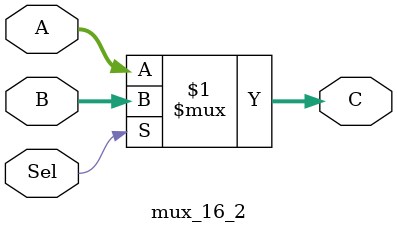
<source format=v>
`timescale 1ns / 1ps


module mux_16_2(
    A, B, C, Sel
    );
    
    input [15:0] A, B;
    input Sel;
    
    output [15:0] C;
    
    assign C = Sel ? B : A;
    
endmodule

</source>
